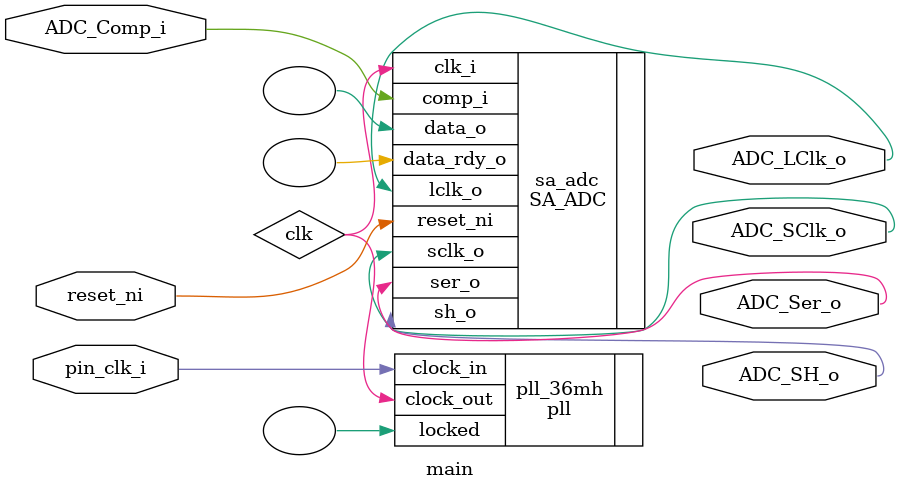
<source format=v>
module main (
	input wire pin_clk_i, // Clock in 
	input wire reset_ni, // Reset in
	
	// ADC Interface
	output wire ADC_SH_o,
	output wire ADC_Ser_o,
	output wire ADC_SClk_o,
	output wire ADC_LClk_o,
	input wire  ADC_Comp_i,
	
	/*
		// Data Output
		output wire [13:0] SA_ADC_data_o,
		output wire SA_ADC_data_rdy_o
	*/
);

wire clk;

pll pll_36mh(
	.clock_in(pin_clk_i),
	.clock_out(clk),
	.locked()
);

SA_ADC sa_adc(
	.clk_i(clk),
	.reset_ni(reset_ni),
	.sh_o(ADC_SH_o),
	.ser_o(ADC_Ser_o),
	.sclk_o(ADC_SClk_o),
	.lclk_o(ADC_LClk_o),
	.comp_i(ADC_Comp_i),
	.data_o(/*SA_ADC_data_o*/),
	.data_rdy_o(/*SA_ADC_data_rdy_o*/)
);

endmodule
</source>
